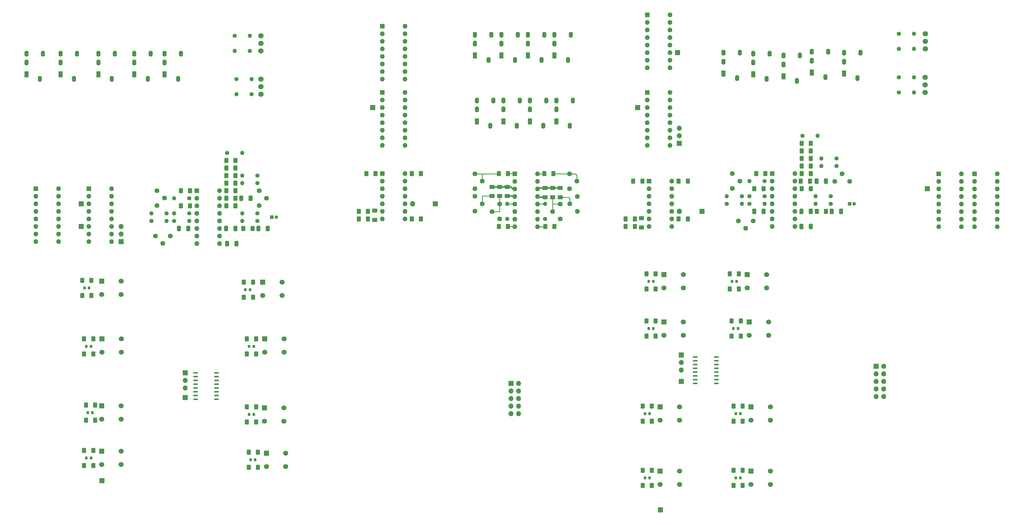
<source format=gbr>
%TF.GenerationSoftware,KiCad,Pcbnew,(6.0.5)*%
%TF.CreationDate,2023-04-26T04:57:18-04:00*%
%TF.ProjectId,as3340,61733333-3430-42e6-9b69-6361645f7063,rev?*%
%TF.SameCoordinates,Original*%
%TF.FileFunction,Copper,L1,Top*%
%TF.FilePolarity,Positive*%
%FSLAX46Y46*%
G04 Gerber Fmt 4.6, Leading zero omitted, Abs format (unit mm)*
G04 Created by KiCad (PCBNEW (6.0.5)) date 2023-04-26 04:57:18*
%MOMM*%
%LPD*%
G01*
G04 APERTURE LIST*
G04 Aperture macros list*
%AMRoundRect*
0 Rectangle with rounded corners*
0 $1 Rounding radius*
0 $2 $3 $4 $5 $6 $7 $8 $9 X,Y pos of 4 corners*
0 Add a 4 corners polygon primitive as box body*
4,1,4,$2,$3,$4,$5,$6,$7,$8,$9,$2,$3,0*
0 Add four circle primitives for the rounded corners*
1,1,$1+$1,$2,$3*
1,1,$1+$1,$4,$5*
1,1,$1+$1,$6,$7*
1,1,$1+$1,$8,$9*
0 Add four rect primitives between the rounded corners*
20,1,$1+$1,$2,$3,$4,$5,0*
20,1,$1+$1,$4,$5,$6,$7,0*
20,1,$1+$1,$6,$7,$8,$9,0*
20,1,$1+$1,$8,$9,$2,$3,0*%
G04 Aperture macros list end*
%TA.AperFunction,ComponentPad*%
%ADD10C,1.400000*%
%TD*%
%TA.AperFunction,ComponentPad*%
%ADD11O,1.400000X1.400000*%
%TD*%
%TA.AperFunction,SMDPad,CuDef*%
%ADD12RoundRect,0.250000X-0.400000X-0.625000X0.400000X-0.625000X0.400000X0.625000X-0.400000X0.625000X0*%
%TD*%
%TA.AperFunction,ComponentPad*%
%ADD13R,1.700000X1.700000*%
%TD*%
%TA.AperFunction,SMDPad,CuDef*%
%ADD14RoundRect,0.250000X0.400000X0.625000X-0.400000X0.625000X-0.400000X-0.625000X0.400000X-0.625000X0*%
%TD*%
%TA.AperFunction,ComponentPad*%
%ADD15R,1.800000X1.800000*%
%TD*%
%TA.AperFunction,ComponentPad*%
%ADD16O,1.800000X1.800000*%
%TD*%
%TA.AperFunction,ComponentPad*%
%ADD17O,1.400000X2.000000*%
%TD*%
%TA.AperFunction,ComponentPad*%
%ADD18R,1.400000X2.000000*%
%TD*%
%TA.AperFunction,SMDPad,CuDef*%
%ADD19RoundRect,0.250000X-0.412500X-0.650000X0.412500X-0.650000X0.412500X0.650000X-0.412500X0.650000X0*%
%TD*%
%TA.AperFunction,SMDPad,CuDef*%
%ADD20RoundRect,0.218750X0.218750X0.256250X-0.218750X0.256250X-0.218750X-0.256250X0.218750X-0.256250X0*%
%TD*%
%TA.AperFunction,ComponentPad*%
%ADD21C,1.620000*%
%TD*%
%TA.AperFunction,ComponentPad*%
%ADD22C,1.700000*%
%TD*%
%TA.AperFunction,ComponentPad*%
%ADD23R,1.200000X1.200000*%
%TD*%
%TA.AperFunction,ComponentPad*%
%ADD24C,1.200000*%
%TD*%
%TA.AperFunction,ComponentPad*%
%ADD25C,1.800000*%
%TD*%
%TA.AperFunction,ComponentPad*%
%ADD26R,1.600000X1.600000*%
%TD*%
%TA.AperFunction,ComponentPad*%
%ADD27O,1.600000X1.600000*%
%TD*%
%TA.AperFunction,SMDPad,CuDef*%
%ADD28RoundRect,0.250000X-0.625000X0.400000X-0.625000X-0.400000X0.625000X-0.400000X0.625000X0.400000X0*%
%TD*%
%TA.AperFunction,SMDPad,CuDef*%
%ADD29R,1.500000X0.600000*%
%TD*%
%TA.AperFunction,SMDPad,CuDef*%
%ADD30RoundRect,0.250000X0.412500X0.650000X-0.412500X0.650000X-0.412500X-0.650000X0.412500X-0.650000X0*%
%TD*%
%TA.AperFunction,ComponentPad*%
%ADD31O,1.700000X1.700000*%
%TD*%
%TA.AperFunction,SMDPad,CuDef*%
%ADD32RoundRect,0.250000X0.625000X-0.400000X0.625000X0.400000X-0.625000X0.400000X-0.625000X-0.400000X0*%
%TD*%
%TA.AperFunction,Conductor*%
%ADD33C,0.250000*%
%TD*%
%TA.AperFunction,Conductor*%
%ADD34C,0.500000*%
%TD*%
G04 APERTURE END LIST*
D10*
%TO.P,R106,1*%
%TO.N,Net-(R33-Pad1)*%
X91440000Y-93980000D03*
D11*
%TO.P,R106,2*%
%TO.N,Net-(RV7-Pad2)*%
X96520000Y-93980000D03*
%TD*%
D10*
%TO.P,R105,1*%
%TO.N,Net-(R10-Pad2)*%
X284480000Y-88265000D03*
D11*
%TO.P,R105,2*%
%TO.N,Net-(RV2-Pad2)*%
X289560000Y-88265000D03*
%TD*%
D12*
%TO.P,R62,1*%
%TO.N,GND*%
X135610000Y-113665000D03*
%TO.P,R62,2*%
%TO.N,Net-(R62-Pad2)*%
X138710000Y-113665000D03*
%TD*%
D13*
%TO.P,J30,1,Pin_1*%
%TO.N,Net-(J30-Pad1)*%
X77395000Y-176185000D03*
%TD*%
D14*
%TO.P,R74,1*%
%TO.N,Net-(D4-Pad2)*%
X46560000Y-156500000D03*
%TO.P,R74,2*%
%TO.N,+5V*%
X43460000Y-156500000D03*
%TD*%
D15*
%TO.P,D1,1,K*%
%TO.N,GND*%
X250835000Y-113660000D03*
D16*
%TO.P,D1,2,A*%
%TO.N,Net-(D1-Pad2)*%
X243215000Y-113660000D03*
%TD*%
D17*
%TO.P,J3,*%
%TO.N,*%
X273477500Y-60615000D03*
%TO.P,J3,R1*%
%TO.N,N/C*%
X267977500Y-63615000D03*
%TO.P,J3,R2*%
X267977500Y-60615000D03*
%TO.P,J3,S*%
%TO.N,GND*%
X272477500Y-69115000D03*
D18*
%TO.P,J3,T*%
%TO.N,Net-(C3-Pad1)*%
X267977500Y-67615000D03*
%TD*%
D14*
%TO.P,R73,1*%
%TO.N,Net-(D3-Pad2)*%
X45925000Y-136815000D03*
%TO.P,R73,2*%
%TO.N,+5V*%
X42825000Y-136815000D03*
%TD*%
D10*
%TO.P,R21,1*%
%TO.N,-15V*%
X94615000Y-69215000D03*
D11*
%TO.P,R21,2*%
%TO.N,Net-(R21-Pad2)*%
X99695000Y-69215000D03*
%TD*%
D14*
%TO.P,R98,1*%
%TO.N,Net-(D16-Pad2)*%
X263805000Y-150495000D03*
%TO.P,R98,2*%
%TO.N,+5V*%
X260705000Y-150495000D03*
%TD*%
D19*
%TO.P,C6,1*%
%TO.N,Net-(C6-Pad1)*%
X289267500Y-103505000D03*
%TO.P,C6,2*%
%TO.N,GND*%
X292392500Y-103505000D03*
%TD*%
D20*
%TO.P,D15,1,K*%
%TO.N,Net-(D15-Pad1)*%
X262407500Y-137160000D03*
%TO.P,D15,2,A*%
%TO.N,Net-(D15-Pad2)*%
X260832500Y-137160000D03*
%TD*%
D14*
%TO.P,R40,1*%
%TO.N,Net-(R40-Pad1)*%
X200940000Y-100965000D03*
%TO.P,R40,2*%
%TO.N,Net-(R40-Pad2)*%
X197840000Y-100965000D03*
%TD*%
D12*
%TO.P,R5,1*%
%TO.N,Net-(R10-Pad2)*%
X284200000Y-93345000D03*
%TO.P,R5,2*%
%TO.N,Net-(J5-PadT)*%
X287300000Y-93345000D03*
%TD*%
D20*
%TO.P,D12,1,K*%
%TO.N,Net-(D12-Pad1)*%
X234467500Y-153035000D03*
%TO.P,D12,2,A*%
%TO.N,Net-(D12-Pad2)*%
X232892500Y-153035000D03*
%TD*%
D21*
%TO.P,SineLevelTrim1,1,1*%
%TO.N,Net-(R40-Pad1)*%
X206320000Y-101005000D03*
%TO.P,SineLevelTrim1,2,2*%
X208820000Y-103505000D03*
%TO.P,SineLevelTrim1,3,3*%
%TO.N,+15V*%
X206320000Y-106005000D03*
%TD*%
D13*
%TO.P,J31,1,Pin_1*%
%TO.N,Net-(J31-Pad1)*%
X242570000Y-60325000D03*
%TD*%
%TO.P,SW3,1*%
%TO.N,Net-(D5-Pad1)*%
X49380000Y-179015000D03*
D22*
X55880000Y-179015000D03*
%TO.P,SW3,2*%
%TO.N,Net-(J25-Pad1)*%
X55880000Y-183515000D03*
X49380000Y-183515000D03*
%TD*%
D23*
%TO.P,C7,1*%
%TO.N,Net-(C7-Pad1)*%
X106450000Y-115570000D03*
D24*
%TO.P,C7,2*%
%TO.N,Net-(C7-Pad2)*%
X107950000Y-115570000D03*
%TD*%
D10*
%TO.P,R47,1*%
%TO.N,Net-(J12-PadT)*%
X73660000Y-116840000D03*
D11*
%TO.P,R47,2*%
%TO.N,Net-(R47-Pad2)*%
X78740000Y-116840000D03*
%TD*%
D13*
%TO.P,J24,1,Pin_1*%
%TO.N,Net-(J24-Pad1)*%
X140335000Y-78740000D03*
%TD*%
D17*
%TO.P,J12,*%
%TO.N,*%
X41067500Y-60615000D03*
%TO.P,J12,R1*%
%TO.N,N/C*%
X35567500Y-63615000D03*
%TO.P,J12,R2*%
X35567500Y-60615000D03*
%TO.P,J12,S*%
%TO.N,GND*%
X40067500Y-69115000D03*
D18*
%TO.P,J12,T*%
%TO.N,Net-(J12-PadT)*%
X35567500Y-67615000D03*
%TD*%
D21*
%TO.P,RV10,1,1*%
%TO.N,Net-(R45-Pad1)*%
X67945000Y-106680000D03*
%TO.P,RV10,2,2*%
%TO.N,Net-(R46-Pad1)*%
X70445000Y-109180000D03*
%TO.P,RV10,3,3*%
X67945000Y-111680000D03*
%TD*%
D22*
%TO.P,SW6,1*%
%TO.N,Net-(D8-Pad1)*%
X110565000Y-156500000D03*
D13*
X104065000Y-156500000D03*
D22*
%TO.P,SW6,2*%
%TO.N,Net-(J25-Pad1)*%
X110565000Y-161000000D03*
X104065000Y-161000000D03*
%TD*%
D12*
%TO.P,R101,1*%
%TO.N,+5V*%
X260070000Y-139700000D03*
%TO.P,R101,2*%
%TO.N,Net-(J26-Pad1)*%
X263170000Y-139700000D03*
%TD*%
D14*
%TO.P,R97,1*%
%TO.N,Net-(D15-Pad2)*%
X263170000Y-134620000D03*
%TO.P,R97,2*%
%TO.N,+5V*%
X260070000Y-134620000D03*
%TD*%
D21*
%TO.P,SineShapeTrim1,1,1*%
%TO.N,Net-(R63-Pad2)*%
X203200000Y-116205000D03*
%TO.P,SineShapeTrim1,2,2*%
%TO.N,Net-(R54-Pad2)*%
X200700000Y-113705000D03*
%TO.P,SineShapeTrim1,3,3*%
X203200000Y-111205000D03*
%TD*%
D12*
%TO.P,R6,1*%
%TO.N,Net-(R10-Pad2)*%
X284200000Y-95885000D03*
%TO.P,R6,2*%
%TO.N,Net-(R18-Pad2)*%
X287300000Y-95885000D03*
%TD*%
D25*
%TO.P,RV3,1,1*%
%TO.N,Net-(R16-Pad1)*%
X325755000Y-59055000D03*
%TO.P,RV3,2,2*%
%TO.N,Net-(R19-Pad1)*%
X325755000Y-56515000D03*
%TO.P,RV3,3,3*%
%TO.N,Net-(R14-Pad2)*%
X325755000Y-53975000D03*
%TD*%
D12*
%TO.P,R48,1*%
%TO.N,Net-(R48-Pad1)*%
X91160000Y-111760000D03*
%TO.P,R48,2*%
%TO.N,GND*%
X94260000Y-111760000D03*
%TD*%
D25*
%TO.P,RV5,1,1*%
%TO.N,Net-(R25-Pad1)*%
X102780000Y-74280000D03*
%TO.P,RV5,2,2*%
%TO.N,Net-(R31-Pad1)*%
X102780000Y-71740000D03*
%TO.P,RV5,3,3*%
%TO.N,Net-(R21-Pad2)*%
X102780000Y-69200000D03*
%TD*%
D26*
%TO.P,U12,1,A0*%
%TO.N,GND*%
X143510000Y-51435000D03*
D27*
%TO.P,U12,2,~{CS}*%
X143510000Y-53975000D03*
%TO.P,U12,3,~{WE}*%
%TO.N,Net-(J22-Pad1)*%
X143510000Y-56515000D03*
%TO.P,U12,4,D1*%
%TO.N,Net-(J22-Pad10)*%
X143510000Y-59055000D03*
%TO.P,U12,5,~{Y1}*%
%TO.N,Net-(U11-Pad11)*%
X143510000Y-61595000D03*
%TO.P,U12,6,D2*%
%TO.N,Net-(J22-Pad8)*%
X143510000Y-64135000D03*
%TO.P,U12,7,~{Y2}*%
%TO.N,Net-(U11-Pad10)*%
X143510000Y-66675000D03*
%TO.P,U12,8,GND*%
%TO.N,GND*%
X143510000Y-69215000D03*
%TO.P,U12,9,~{Y3}*%
%TO.N,Net-(U11-Pad9)*%
X151130000Y-69215000D03*
%TO.P,U12,10,D3*%
%TO.N,Net-(J22-Pad6)*%
X151130000Y-66675000D03*
%TO.P,U12,11,~{Y4}*%
%TO.N,Net-(U11-Pad6)*%
X151130000Y-64135000D03*
%TO.P,U12,12,D4*%
%TO.N,Net-(J22-Pad4)*%
X151130000Y-61595000D03*
%TO.P,U12,13,A3*%
%TO.N,GND*%
X151130000Y-59055000D03*
%TO.P,U12,14,A2*%
X151130000Y-56515000D03*
%TO.P,U12,15,A1*%
X151130000Y-53975000D03*
%TO.P,U12,16,VCC*%
%TO.N,+5V*%
X151130000Y-51435000D03*
%TD*%
D20*
%TO.P,D11,1,K*%
%TO.N,Net-(D11-Pad1)*%
X234467500Y-137160000D03*
%TO.P,D11,2,A*%
%TO.N,Net-(D11-Pad2)*%
X232892500Y-137160000D03*
%TD*%
D14*
%TO.P,R35,1*%
%TO.N,Net-(R35-Pad1)*%
X94260000Y-106680000D03*
%TO.P,R35,2*%
%TO.N,Net-(R33-Pad1)*%
X91160000Y-106680000D03*
%TD*%
D13*
%TO.P,J26,1,Pin_1*%
%TO.N,Net-(J26-Pad1)*%
X236855000Y-213995000D03*
%TD*%
D12*
%TO.P,R94,1*%
%TO.N,+5V*%
X232130000Y-155575000D03*
%TO.P,R94,2*%
%TO.N,Net-(J26-Pad1)*%
X235230000Y-155575000D03*
%TD*%
D21*
%TO.P,SineBiasTrim1,1,1*%
%TO.N,-15V*%
X208970000Y-113625000D03*
%TO.P,SineBiasTrim1,2,2*%
%TO.N,Net-(R55-Pad2)*%
X206470000Y-111125000D03*
%TO.P,SineBiasTrim1,3,3*%
%TO.N,+15V*%
X208970000Y-108625000D03*
%TD*%
D28*
%TO.P,R64,1*%
%TO.N,Net-(R62-Pad2)*%
X140970000Y-113385000D03*
%TO.P,R64,2*%
%TO.N,Net-(R64-Pad2)*%
X140970000Y-116485000D03*
%TD*%
D10*
%TO.P,R14,1*%
%TO.N,-15V*%
X316865000Y-53975000D03*
D11*
%TO.P,R14,2*%
%TO.N,Net-(R14-Pad2)*%
X321945000Y-53975000D03*
%TD*%
D10*
%TO.P,R19,1*%
%TO.N,Net-(R19-Pad1)*%
X295910000Y-98425000D03*
D11*
%TO.P,R19,2*%
%TO.N,Net-(R19-Pad2)*%
X290830000Y-98425000D03*
%TD*%
D12*
%TO.P,R43,1*%
%TO.N,Net-(R43-Pad1)*%
X182600000Y-100965000D03*
%TO.P,R43,2*%
%TO.N,Net-(R43-Pad2)*%
X185700000Y-100965000D03*
%TD*%
D19*
%TO.P,C3,1*%
%TO.N,Net-(C3-Pad1)*%
X268322500Y-113665000D03*
%TO.P,C3,2*%
%TO.N,Net-(C3-Pad2)*%
X271447500Y-113665000D03*
%TD*%
%TO.P,C10,1*%
%TO.N,Net-(C10-Pad1)*%
X75272500Y-119380000D03*
%TO.P,C10,2*%
%TO.N,Net-(C10-Pad2)*%
X78397500Y-119380000D03*
%TD*%
D26*
%TO.P,U3,1*%
%TO.N,Net-(R68-Pad1)*%
X233055000Y-103500000D03*
D27*
%TO.P,U3,2,-*%
X233055000Y-106040000D03*
%TO.P,U3,3,+*%
%TO.N,Net-(U3-Pad3)*%
X233055000Y-108580000D03*
%TO.P,U3,4,V+*%
%TO.N,+15V*%
X233055000Y-111120000D03*
%TO.P,U3,5,+*%
%TO.N,Net-(U1-Pad10)*%
X233055000Y-113660000D03*
%TO.P,U3,6,-*%
%TO.N,Net-(R61-Pad2)*%
X233055000Y-116200000D03*
%TO.P,U3,7*%
%TO.N,Net-(R63-Pad2)*%
X233055000Y-118740000D03*
%TO.P,U3,8*%
%TO.N,Net-(R65-Pad1)*%
X240675000Y-118740000D03*
%TO.P,U3,9,-*%
X240675000Y-116200000D03*
%TO.P,U3,10,+*%
%TO.N,Net-(D1-Pad2)*%
X240675000Y-113660000D03*
%TO.P,U3,11,V-*%
%TO.N,-15V*%
X240675000Y-111120000D03*
%TO.P,U3,12,+*%
%TO.N,Net-(U1-Pad8)*%
X240675000Y-108580000D03*
%TO.P,U3,13,-*%
%TO.N,Net-(R66-Pad1)*%
X240675000Y-106040000D03*
%TO.P,U3,14*%
X240675000Y-103500000D03*
%TD*%
D13*
%TO.P,J23,1,Pin_1*%
%TO.N,Net-(J23-Pad1)*%
X229235000Y-78740000D03*
%TD*%
D10*
%TO.P,R42,1*%
%TO.N,Net-(J7-PadT)*%
X266710000Y-111125000D03*
D11*
%TO.P,R42,2*%
%TO.N,Net-(R42-Pad2)*%
X271790000Y-111125000D03*
%TD*%
D28*
%TO.P,R55,1*%
%TO.N,Net-(R51-Pad2)*%
X203200000Y-105765000D03*
%TO.P,R55,2*%
%TO.N,Net-(R55-Pad2)*%
X203200000Y-108865000D03*
%TD*%
D10*
%TO.P,R16,1*%
%TO.N,Net-(R16-Pad1)*%
X316865000Y-59055000D03*
D11*
%TO.P,R16,2*%
%TO.N,+15V*%
X321945000Y-59055000D03*
%TD*%
D12*
%TO.P,R61,1*%
%TO.N,GND*%
X225155000Y-116200000D03*
%TO.P,R61,2*%
%TO.N,Net-(R61-Pad2)*%
X228255000Y-116200000D03*
%TD*%
%TO.P,R72,1*%
%TO.N,Net-(R72-Pad1)*%
X138150000Y-100965000D03*
%TO.P,R72,2*%
%TO.N,Net-(J21-PadT)*%
X141250000Y-100965000D03*
%TD*%
D14*
%TO.P,R52,1*%
%TO.N,Net-(R46-Pad1)*%
X79020000Y-111760000D03*
%TO.P,R52,2*%
%TO.N,-15V*%
X75920000Y-111760000D03*
%TD*%
%TO.P,R75,1*%
%TO.N,Net-(D5-Pad2)*%
X47195000Y-178725000D03*
%TO.P,R75,2*%
%TO.N,+5V*%
X44095000Y-178725000D03*
%TD*%
D12*
%TO.P,R87,1*%
%TO.N,+5V*%
X98070000Y-184440000D03*
%TO.P,R87,2*%
%TO.N,Net-(J25-Pad1)*%
X101170000Y-184440000D03*
%TD*%
D22*
%TO.P,SW10,1*%
%TO.N,Net-(D12-Pad1)*%
X244550000Y-150785000D03*
D13*
X238050000Y-150785000D03*
D22*
%TO.P,SW10,2*%
%TO.N,Net-(J26-Pad1)*%
X244550000Y-155285000D03*
X238050000Y-155285000D03*
%TD*%
D10*
%TO.P,R13,1*%
%TO.N,Net-(R13-Pad1)*%
X271780000Y-108585000D03*
D11*
%TO.P,R13,2*%
%TO.N,Net-(D1-Pad2)*%
X266700000Y-108585000D03*
%TD*%
D10*
%TO.P,R29,1*%
%TO.N,Net-(R29-Pad1)*%
X99060000Y-59690000D03*
D11*
%TO.P,R29,2*%
%TO.N,+15V*%
X93980000Y-59690000D03*
%TD*%
D13*
%TO.P,J6,1,Pin_1*%
%TO.N,Net-(J6-Pad1)*%
X42545000Y-111125000D03*
%TD*%
D17*
%TO.P,J13,*%
%TO.N,*%
X29637500Y-60615000D03*
%TO.P,J13,R1*%
%TO.N,N/C*%
X24137500Y-63615000D03*
%TO.P,J13,R2*%
X24137500Y-60615000D03*
%TO.P,J13,S*%
%TO.N,GND*%
X28637500Y-69115000D03*
D18*
%TO.P,J13,T*%
%TO.N,Net-(C10-Pad1)*%
X24137500Y-67615000D03*
%TD*%
D14*
%TO.P,R92,1*%
%TO.N,Net-(D14-Pad2)*%
X233960000Y-200660000D03*
%TO.P,R92,2*%
%TO.N,+5V*%
X230860000Y-200660000D03*
%TD*%
D12*
%TO.P,R9,1*%
%TO.N,Net-(R10-Pad2)*%
X284200000Y-98425000D03*
%TO.P,R9,2*%
%TO.N,Net-(R19-Pad2)*%
X287300000Y-98425000D03*
%TD*%
D22*
%TO.P,SW13,1*%
%TO.N,Net-(D15-Pad1)*%
X272490000Y-134910000D03*
D13*
X265990000Y-134910000D03*
D22*
%TO.P,SW13,2*%
%TO.N,Net-(J26-Pad1)*%
X272490000Y-139410000D03*
X265990000Y-139410000D03*
%TD*%
%TO.P,SW14,1*%
%TO.N,Net-(D16-Pad1)*%
X273125000Y-150785000D03*
D13*
X266625000Y-150785000D03*
D22*
%TO.P,SW14,2*%
%TO.N,Net-(J26-Pad1)*%
X273125000Y-155285000D03*
X266625000Y-155285000D03*
%TD*%
D21*
%TO.P,RV7,1,1*%
%TO.N,Net-(RV7-Pad1)*%
X72390000Y-121920000D03*
%TO.P,RV7,2,2*%
%TO.N,Net-(RV7-Pad2)*%
X69890000Y-124420000D03*
%TO.P,RV7,3,3*%
%TO.N,GND*%
X67390000Y-121920000D03*
%TD*%
D12*
%TO.P,R93,1*%
%TO.N,+5V*%
X232130000Y-139700000D03*
%TO.P,R93,2*%
%TO.N,Net-(J26-Pad1)*%
X235230000Y-139700000D03*
%TD*%
D29*
%TO.P,U15,1,A0*%
%TO.N,Net-(J33-Pad1)*%
X248545000Y-162560000D03*
%TO.P,U15,2,A1*%
%TO.N,Net-(J33-Pad2)*%
X248545000Y-163830000D03*
%TO.P,U15,3,A2*%
%TO.N,Net-(J33-Pad3)*%
X248545000Y-165100000D03*
%TO.P,U15,4,E1*%
%TO.N,GND*%
X248545000Y-166370000D03*
%TO.P,U15,5,E2*%
X248545000Y-167640000D03*
%TO.P,U15,6,E3*%
%TO.N,Net-(J34-Pad1)*%
X248545000Y-168910000D03*
%TO.P,U15,7,O7*%
%TO.N,Net-(D18-Pad1)*%
X248545000Y-170180000D03*
%TO.P,U15,8,GND*%
%TO.N,GND*%
X248545000Y-171450000D03*
%TO.P,U15,9,O6*%
%TO.N,Net-(D17-Pad1)*%
X255645000Y-171450000D03*
%TO.P,U15,10,O5*%
%TO.N,Net-(D16-Pad1)*%
X255645000Y-170180000D03*
%TO.P,U15,11,O4*%
%TO.N,Net-(D15-Pad1)*%
X255645000Y-168910000D03*
%TO.P,U15,12,O3*%
%TO.N,Net-(D14-Pad1)*%
X255645000Y-167640000D03*
%TO.P,U15,13,O2*%
%TO.N,Net-(D13-Pad1)*%
X255645000Y-166370000D03*
%TO.P,U15,14,O1*%
%TO.N,Net-(D12-Pad1)*%
X255645000Y-165100000D03*
%TO.P,U15,15,O0*%
%TO.N,Net-(D11-Pad1)*%
X255645000Y-163830000D03*
%TO.P,U15,16,VCC*%
%TO.N,+5V*%
X255645000Y-162560000D03*
%TD*%
D25*
%TO.P,RV4,1,1*%
%TO.N,Net-(R17-Pad1)*%
X325665000Y-73645000D03*
%TO.P,RV4,2,2*%
%TO.N,Net-(R18-Pad1)*%
X325665000Y-71105000D03*
%TO.P,RV4,3,3*%
%TO.N,Net-(R15-Pad2)*%
X325665000Y-68565000D03*
%TD*%
D26*
%TO.P,U8,1,A4*%
%TO.N,Net-(J12-PadT)*%
X45085000Y-106045000D03*
D27*
%TO.P,U8,2,A6*%
%TO.N,Net-(C7-Pad2)*%
X45085000Y-108585000D03*
%TO.P,U8,3,A*%
%TO.N,Net-(J6-Pad1)*%
X45085000Y-111125000D03*
%TO.P,U8,4,A7*%
%TO.N,Net-(R7-Pad1)*%
X45085000Y-113665000D03*
%TO.P,U8,5,A5*%
%TO.N,Net-(C10-Pad1)*%
X45085000Y-116205000D03*
%TO.P,U8,6,~{E}*%
%TO.N,Net-(J28-Pad1)*%
X45085000Y-118745000D03*
%TO.P,U8,7,VEE*%
%TO.N,GND*%
X45085000Y-121285000D03*
%TO.P,U8,8,GND*%
X45085000Y-123825000D03*
%TO.P,U8,9,S2*%
%TO.N,Net-(J27-Pad1)*%
X52705000Y-123825000D03*
%TO.P,U8,10,S1*%
%TO.N,Net-(J27-Pad2)*%
X52705000Y-121285000D03*
%TO.P,U8,11,S0*%
%TO.N,Net-(J27-Pad3)*%
X52705000Y-118745000D03*
%TO.P,U8,12,A3*%
%TO.N,Net-(R20-Pad1)*%
X52705000Y-116205000D03*
%TO.P,U8,13,A0*%
%TO.N,Net-(J7-PadT)*%
X52705000Y-113665000D03*
%TO.P,U8,14,A1*%
%TO.N,Net-(C3-Pad1)*%
X52705000Y-111125000D03*
%TO.P,U8,15,A2*%
%TO.N,Net-(C1-Pad2)*%
X52705000Y-108585000D03*
%TO.P,U8,16,VCC*%
%TO.N,+5V*%
X52705000Y-106045000D03*
%TD*%
D17*
%TO.P,J4,*%
%TO.N,*%
X293162500Y-59980000D03*
%TO.P,J4,R1*%
%TO.N,N/C*%
X287662500Y-62980000D03*
%TO.P,J4,R2*%
X287662500Y-59980000D03*
%TO.P,J4,S*%
%TO.N,GND*%
X292162500Y-68480000D03*
D18*
%TO.P,J4,T*%
%TO.N,Net-(C4-Pad1)*%
X287662500Y-66980000D03*
%TD*%
D14*
%TO.P,R99,1*%
%TO.N,Net-(D17-Pad2)*%
X264440000Y-179070000D03*
%TO.P,R99,2*%
%TO.N,+5V*%
X261340000Y-179070000D03*
%TD*%
D12*
%TO.P,R103,1*%
%TO.N,+5V*%
X261340000Y-184150000D03*
%TO.P,R103,2*%
%TO.N,Net-(J26-Pad1)*%
X264440000Y-184150000D03*
%TD*%
%TO.P,R86,1*%
%TO.N,+5V*%
X98070000Y-161580000D03*
%TO.P,R86,2*%
%TO.N,Net-(J25-Pad1)*%
X101170000Y-161580000D03*
%TD*%
D26*
%TO.P,U13,1,A0*%
%TO.N,GND*%
X232410000Y-47625000D03*
D27*
%TO.P,U13,2,~{CS}*%
X232410000Y-50165000D03*
%TO.P,U13,3,~{WE}*%
%TO.N,Net-(J22-Pad5)*%
X232410000Y-52705000D03*
%TO.P,U13,4,D1*%
%TO.N,Net-(J22-Pad10)*%
X232410000Y-55245000D03*
%TO.P,U13,5,~{Y1}*%
%TO.N,Net-(J32-Pad3)*%
X232410000Y-57785000D03*
%TO.P,U13,6,D2*%
%TO.N,Net-(J22-Pad8)*%
X232410000Y-60325000D03*
%TO.P,U13,7,~{Y2}*%
%TO.N,Net-(J32-Pad2)*%
X232410000Y-62865000D03*
%TO.P,U13,8,GND*%
%TO.N,GND*%
X232410000Y-65405000D03*
%TO.P,U13,9,~{Y3}*%
%TO.N,Net-(J32-Pad1)*%
X240030000Y-65405000D03*
%TO.P,U13,10,D3*%
%TO.N,Net-(J22-Pad6)*%
X240030000Y-62865000D03*
%TO.P,U13,11,~{Y4}*%
%TO.N,Net-(J31-Pad1)*%
X240030000Y-60325000D03*
%TO.P,U13,12,D4*%
%TO.N,Net-(J22-Pad4)*%
X240030000Y-57785000D03*
%TO.P,U13,13,A3*%
%TO.N,GND*%
X240030000Y-55245000D03*
%TO.P,U13,14,A2*%
X240030000Y-52705000D03*
%TO.P,U13,15,A1*%
X240030000Y-50165000D03*
%TO.P,U13,16,VCC*%
%TO.N,+5V*%
X240030000Y-47625000D03*
%TD*%
D10*
%TO.P,R2,1*%
%TO.N,+15V*%
X294005000Y-108585000D03*
D11*
%TO.P,R2,2*%
%TO.N,Net-(R1-Pad2)*%
X288925000Y-108585000D03*
%TD*%
D21*
%TO.P,RV2,1,1*%
%TO.N,Net-(RV2-Pad1)*%
X267970000Y-116840000D03*
%TO.P,RV2,2,2*%
%TO.N,Net-(RV2-Pad2)*%
X265470000Y-119340000D03*
%TO.P,RV2,3,3*%
%TO.N,GND*%
X262970000Y-116840000D03*
%TD*%
D13*
%TO.P,J2,1,Pin_1*%
%TO.N,Net-(J2-Pad1)*%
X326390000Y-106045000D03*
%TD*%
D14*
%TO.P,R84,1*%
%TO.N,Net-(D10-Pad2)*%
X101805000Y-194600000D03*
%TO.P,R84,2*%
%TO.N,+5V*%
X98705000Y-194600000D03*
%TD*%
D30*
%TO.P,C4,1*%
%TO.N,Net-(C4-Pad1)*%
X287322500Y-118745000D03*
%TO.P,C4,2*%
%TO.N,Net-(C4-Pad2)*%
X284197500Y-118745000D03*
%TD*%
D25*
%TO.P,RV6,1,1*%
%TO.N,Net-(R29-Pad1)*%
X102780000Y-59675000D03*
%TO.P,RV6,2,2*%
%TO.N,Net-(R30-Pad1)*%
X102780000Y-57135000D03*
%TO.P,RV6,3,3*%
%TO.N,Net-(R24-Pad2)*%
X102780000Y-54595000D03*
%TD*%
D17*
%TO.P,J14,*%
%TO.N,*%
X53767500Y-60615000D03*
%TO.P,J14,R1*%
%TO.N,N/C*%
X48267500Y-63615000D03*
%TO.P,J14,R2*%
X48267500Y-60615000D03*
%TO.P,J14,S*%
%TO.N,GND*%
X52767500Y-69115000D03*
D18*
%TO.P,J14,T*%
%TO.N,Net-(C9-Pad1)*%
X48267500Y-67615000D03*
%TD*%
D20*
%TO.P,D17,1,K*%
%TO.N,Net-(D17-Pad1)*%
X263677500Y-181610000D03*
%TO.P,D17,2,A*%
%TO.N,Net-(D17-Pad2)*%
X262102500Y-181610000D03*
%TD*%
D10*
%TO.P,R1,1*%
%TO.N,Net-(C1-Pad1)*%
X294005000Y-111125000D03*
D11*
%TO.P,R1,2*%
%TO.N,Net-(R1-Pad2)*%
X288925000Y-111125000D03*
%TD*%
D12*
%TO.P,R80,1*%
%TO.N,+5V*%
X43460000Y-199045000D03*
%TO.P,R80,2*%
%TO.N,Net-(J25-Pad1)*%
X46560000Y-199045000D03*
%TD*%
%TO.P,R33,1*%
%TO.N,Net-(R33-Pad1)*%
X91160000Y-99060000D03*
%TO.P,R33,2*%
%TO.N,Net-(J16-PadT)*%
X94260000Y-99060000D03*
%TD*%
D10*
%TO.P,R4,1*%
%TO.N,Net-(R12-Pad1)*%
X271790000Y-103505000D03*
D11*
%TO.P,R4,2*%
%TO.N,Net-(R4-Pad2)*%
X266710000Y-103505000D03*
%TD*%
D28*
%TO.P,R63,1*%
%TO.N,Net-(R61-Pad2)*%
X230515000Y-115920000D03*
%TO.P,R63,2*%
%TO.N,Net-(R63-Pad2)*%
X230515000Y-119020000D03*
%TD*%
D20*
%TO.P,D9,1,K*%
%TO.N,Net-(D9-Pad1)*%
X100407500Y-181900000D03*
%TO.P,D9,2,A*%
%TO.N,Net-(D9-Pad2)*%
X98832500Y-181900000D03*
%TD*%
D13*
%TO.P,SW11,1*%
%TO.N,Net-(D13-Pad1)*%
X236780000Y-179360000D03*
D22*
X243280000Y-179360000D03*
%TO.P,SW11,2*%
%TO.N,Net-(J26-Pad1)*%
X243280000Y-183860000D03*
X236780000Y-183860000D03*
%TD*%
D12*
%TO.P,R95,1*%
%TO.N,+5V*%
X230860000Y-184150000D03*
%TO.P,R95,2*%
%TO.N,Net-(J26-Pad1)*%
X233960000Y-184150000D03*
%TD*%
D30*
%TO.P,C8,1*%
%TO.N,GND*%
X105067500Y-119380000D03*
%TO.P,C8,2*%
%TO.N,Net-(C8-Pad2)*%
X101942500Y-119380000D03*
%TD*%
D10*
%TO.P,R31,1*%
%TO.N,Net-(R31-Pad1)*%
X101600000Y-104140000D03*
D11*
%TO.P,R31,2*%
%TO.N,Net-(R31-Pad2)*%
X96520000Y-104140000D03*
%TD*%
D12*
%TO.P,R37,1*%
%TO.N,Net-(R33-Pad1)*%
X91160000Y-104140000D03*
%TO.P,R37,2*%
%TO.N,Net-(R31-Pad2)*%
X94260000Y-104140000D03*
%TD*%
D26*
%TO.P,U6,1,A0*%
%TO.N,GND*%
X27305000Y-106045000D03*
D27*
%TO.P,U6,2,~{CS}*%
X27305000Y-108585000D03*
%TO.P,U6,3,~{WE}*%
%TO.N,Net-(J22-Pad3)*%
X27305000Y-111125000D03*
%TO.P,U6,4,D1*%
%TO.N,Net-(J22-Pad10)*%
X27305000Y-113665000D03*
%TO.P,U6,5,~{Y1}*%
%TO.N,Net-(J27-Pad3)*%
X27305000Y-116205000D03*
%TO.P,U6,6,D2*%
%TO.N,Net-(J22-Pad8)*%
X27305000Y-118745000D03*
%TO.P,U6,7,~{Y2}*%
%TO.N,Net-(J27-Pad2)*%
X27305000Y-121285000D03*
%TO.P,U6,8,GND*%
%TO.N,GND*%
X27305000Y-123825000D03*
%TO.P,U6,9,~{Y3}*%
%TO.N,Net-(J27-Pad1)*%
X34925000Y-123825000D03*
%TO.P,U6,10,D3*%
%TO.N,Net-(J22-Pad6)*%
X34925000Y-121285000D03*
%TO.P,U6,11,~{Y4}*%
%TO.N,Net-(J28-Pad1)*%
X34925000Y-118745000D03*
%TO.P,U6,12,D4*%
%TO.N,Net-(J22-Pad4)*%
X34925000Y-116205000D03*
%TO.P,U6,13,A3*%
%TO.N,GND*%
X34925000Y-113665000D03*
%TO.P,U6,14,A2*%
X34925000Y-111125000D03*
%TO.P,U6,15,A1*%
X34925000Y-108585000D03*
%TO.P,U6,16,VCC*%
%TO.N,+5V*%
X34925000Y-106045000D03*
%TD*%
D20*
%TO.P,D10,1,K*%
%TO.N,Net-(D10-Pad1)*%
X100890000Y-197140000D03*
%TO.P,D10,2,A*%
%TO.N,Net-(D10-Pad2)*%
X99315000Y-197140000D03*
%TD*%
D13*
%TO.P,J29,1,Pin_1*%
%TO.N,Net-(J29-Pad1)*%
X77395000Y-167945000D03*
D31*
%TO.P,J29,2,Pin_2*%
%TO.N,Net-(J29-Pad2)*%
X77395000Y-170485000D03*
%TO.P,J29,3,Pin_3*%
%TO.N,Net-(J29-Pad3)*%
X77395000Y-173025000D03*
%TD*%
D10*
%TO.P,R49,1*%
%TO.N,Net-(R42-Pad2)*%
X259080000Y-111125000D03*
D11*
%TO.P,R49,2*%
%TO.N,GND*%
X264160000Y-111125000D03*
%TD*%
D17*
%TO.P,J10,*%
%TO.N,*%
X198540000Y-76375000D03*
%TO.P,J10,R1*%
%TO.N,N/C*%
X193040000Y-79375000D03*
%TO.P,J10,R2*%
X193040000Y-76375000D03*
%TO.P,J10,S*%
%TO.N,GND*%
X197540000Y-84875000D03*
D18*
%TO.P,J10,T*%
%TO.N,Net-(J10-PadT)*%
X193040000Y-83375000D03*
%TD*%
D12*
%TO.P,R45,1*%
%TO.N,Net-(R45-Pad1)*%
X75920000Y-106680000D03*
%TO.P,R45,2*%
%TO.N,Net-(R45-Pad2)*%
X79020000Y-106680000D03*
%TD*%
%TO.P,R70,1*%
%TO.N,Net-(R70-Pad1)*%
X153390000Y-100965000D03*
%TO.P,R70,2*%
%TO.N,Net-(J19-PadT)*%
X156490000Y-100965000D03*
%TD*%
D32*
%TO.P,R51,1*%
%TO.N,Net-(R51-Pad1)*%
X198120000Y-108865000D03*
%TO.P,R51,2*%
%TO.N,Net-(R51-Pad2)*%
X198120000Y-105765000D03*
%TD*%
D17*
%TO.P,J20,*%
%TO.N,*%
X197912500Y-54265000D03*
%TO.P,J20,R1*%
%TO.N,N/C*%
X192412500Y-57265000D03*
%TO.P,J20,R2*%
X192412500Y-54265000D03*
%TO.P,J20,S*%
%TO.N,GND*%
X196912500Y-62765000D03*
D18*
%TO.P,J20,T*%
%TO.N,Net-(J20-PadT)*%
X192412500Y-61265000D03*
%TD*%
D14*
%TO.P,R67,1*%
%TO.N,Net-(R63-Pad2)*%
X228255000Y-118740000D03*
%TO.P,R67,2*%
%TO.N,Net-(J10-PadT)*%
X225155000Y-118740000D03*
%TD*%
D26*
%TO.P,U7,1,A4*%
%TO.N,Net-(J12-PadT)*%
X330210000Y-100980000D03*
D27*
%TO.P,U7,2,A6*%
%TO.N,Net-(C7-Pad2)*%
X330210000Y-103520000D03*
%TO.P,U7,3,A*%
%TO.N,Net-(J2-Pad1)*%
X330210000Y-106060000D03*
%TO.P,U7,4,A7*%
%TO.N,Net-(R7-Pad1)*%
X330210000Y-108600000D03*
%TO.P,U7,5,A5*%
%TO.N,Net-(C10-Pad1)*%
X330210000Y-111140000D03*
%TO.P,U7,6,~{E}*%
%TO.N,Net-(U5-Pad11)*%
X330210000Y-113680000D03*
%TO.P,U7,7,VEE*%
%TO.N,GND*%
X330210000Y-116220000D03*
%TO.P,U7,8,GND*%
X330210000Y-118760000D03*
%TO.P,U7,9,S2*%
%TO.N,Net-(U5-Pad9)*%
X337830000Y-118760000D03*
%TO.P,U7,10,S1*%
%TO.N,Net-(U5-Pad7)*%
X337830000Y-116220000D03*
%TO.P,U7,11,S0*%
%TO.N,Net-(U5-Pad5)*%
X337830000Y-113680000D03*
%TO.P,U7,12,A3*%
%TO.N,Net-(R20-Pad1)*%
X337830000Y-111140000D03*
%TO.P,U7,13,A0*%
%TO.N,Net-(J7-PadT)*%
X337830000Y-108600000D03*
%TO.P,U7,14,A1*%
%TO.N,Net-(C3-Pad1)*%
X337830000Y-106060000D03*
%TO.P,U7,15,A2*%
%TO.N,Net-(C1-Pad2)*%
X337830000Y-103520000D03*
%TO.P,U7,16,VCC*%
%TO.N,+5V*%
X337830000Y-100980000D03*
%TD*%
D29*
%TO.P,U14,1,A0*%
%TO.N,Net-(J29-Pad1)*%
X80830000Y-167930000D03*
%TO.P,U14,2,A1*%
%TO.N,Net-(J29-Pad2)*%
X80830000Y-169200000D03*
%TO.P,U14,3,A2*%
%TO.N,Net-(J29-Pad3)*%
X80830000Y-170470000D03*
%TO.P,U14,4,E1*%
%TO.N,GND*%
X80830000Y-171740000D03*
%TO.P,U14,5,E2*%
X80830000Y-173010000D03*
%TO.P,U14,6,E3*%
%TO.N,Net-(J30-Pad1)*%
X80830000Y-174280000D03*
%TO.P,U14,7,O7*%
%TO.N,Net-(D10-Pad1)*%
X80830000Y-175550000D03*
%TO.P,U14,8,GND*%
%TO.N,GND*%
X80830000Y-176820000D03*
%TO.P,U14,9,O6*%
%TO.N,Net-(D9-Pad1)*%
X87930000Y-176820000D03*
%TO.P,U14,10,O5*%
%TO.N,Net-(D8-Pad1)*%
X87930000Y-175550000D03*
%TO.P,U14,11,O4*%
%TO.N,Net-(D7-Pad1)*%
X87930000Y-174280000D03*
%TO.P,U14,12,O3*%
%TO.N,Net-(D6-Pad1)*%
X87930000Y-173010000D03*
%TO.P,U14,13,O2*%
%TO.N,Net-(D5-Pad1)*%
X87930000Y-171740000D03*
%TO.P,U14,14,O1*%
%TO.N,Net-(D4-Pad1)*%
X87930000Y-170470000D03*
%TO.P,U14,15,O0*%
%TO.N,Net-(D3-Pad1)*%
X87930000Y-169200000D03*
%TO.P,U14,16,VCC*%
%TO.N,+5V*%
X87930000Y-167930000D03*
%TD*%
D22*
%TO.P,SW1,1*%
%TO.N,Net-(D3-Pad1)*%
X55880000Y-137105000D03*
D13*
X49380000Y-137105000D03*
D22*
%TO.P,SW1,2*%
%TO.N,Net-(J25-Pad1)*%
X49380000Y-141605000D03*
X55880000Y-141605000D03*
%TD*%
D26*
%TO.P,U1,1,SCALE1*%
%TO.N,Net-(R8-Pad2)*%
X274330000Y-100965000D03*
D27*
%TO.P,U1,2,SCALE2*%
%TO.N,Net-(R4-Pad2)*%
X274330000Y-103505000D03*
%TO.P,U1,3,VEE*%
%TO.N,Net-(R12-Pad1)*%
X274330000Y-106045000D03*
%TO.P,U1,4,VP*%
%TO.N,Net-(R13-Pad1)*%
X274330000Y-108585000D03*
%TO.P,U1,5,VPWM*%
%TO.N,Net-(R42-Pad2)*%
X274330000Y-111125000D03*
%TO.P,U1,6,VHSI*%
%TO.N,Net-(C3-Pad2)*%
X274330000Y-113665000D03*
%TO.P,U1,7,VHFT*%
%TO.N,Net-(RV2-Pad1)*%
X274330000Y-116205000D03*
%TO.P,U1,8,VSO*%
%TO.N,Net-(U1-Pad8)*%
X274330000Y-118745000D03*
%TO.P,U1,9,VSSI*%
%TO.N,Net-(C4-Pad2)*%
X281950000Y-118745000D03*
%TO.P,U1,10,VTO*%
%TO.N,Net-(U1-Pad10)*%
X281950000Y-116205000D03*
%TO.P,U1,11,CAP*%
%TO.N,Net-(C5-Pad2)*%
X281950000Y-113665000D03*
%TO.P,U1,12,GND*%
%TO.N,GND*%
X281950000Y-111125000D03*
%TO.P,U1,13,VLFI*%
%TO.N,Net-(R1-Pad2)*%
X281950000Y-108585000D03*
%TO.P,U1,14,VS*%
%TO.N,Net-(R11-Pad1)*%
X281950000Y-106045000D03*
%TO.P,U1,15,VFCI*%
%TO.N,Net-(R10-Pad2)*%
X281950000Y-103505000D03*
%TO.P,U1,16,VCC*%
%TO.N,+15V*%
X281950000Y-100965000D03*
%TD*%
D26*
%TO.P,U10,1,A4*%
%TO.N,Net-(J17-PadT)*%
X232420000Y-73675000D03*
D27*
%TO.P,U10,2,A6*%
%TO.N,Net-(J9-PadT)*%
X232420000Y-76215000D03*
%TO.P,U10,3,A*%
%TO.N,Net-(J23-Pad1)*%
X232420000Y-78755000D03*
%TO.P,U10,4,A7*%
%TO.N,Net-(J8-PadT)*%
X232420000Y-81295000D03*
%TO.P,U10,5,A5*%
%TO.N,Net-(J10-PadT)*%
X232420000Y-83835000D03*
%TO.P,U10,6,~{E}*%
%TO.N,Net-(J31-Pad1)*%
X232420000Y-86375000D03*
%TO.P,U10,7,VEE*%
%TO.N,GND*%
X232420000Y-88915000D03*
%TO.P,U10,8,GND*%
X232420000Y-91455000D03*
%TO.P,U10,9,S2*%
%TO.N,Net-(J32-Pad1)*%
X240040000Y-91455000D03*
%TO.P,U10,10,S1*%
%TO.N,Net-(J32-Pad2)*%
X240040000Y-88915000D03*
%TO.P,U10,11,S0*%
%TO.N,Net-(J32-Pad3)*%
X240040000Y-86375000D03*
%TO.P,U10,12,A3*%
%TO.N,Net-(J18-PadT)*%
X240040000Y-83835000D03*
%TO.P,U10,13,A0*%
%TO.N,Net-(J21-PadT)*%
X240040000Y-81295000D03*
%TO.P,U10,14,A1*%
%TO.N,Net-(J20-PadT)*%
X240040000Y-78755000D03*
%TO.P,U10,15,A2*%
%TO.N,Net-(J19-PadT)*%
X240040000Y-76215000D03*
%TO.P,U10,16,VCC*%
%TO.N,+5V*%
X240040000Y-73675000D03*
%TD*%
D23*
%TO.P,C1,1*%
%TO.N,Net-(C1-Pad1)*%
X300355000Y-111125000D03*
D24*
%TO.P,C1,2*%
%TO.N,Net-(C1-Pad2)*%
X301855000Y-111125000D03*
%TD*%
D17*
%TO.P,J15,*%
%TO.N,*%
X75992500Y-60615000D03*
%TO.P,J15,R1*%
%TO.N,N/C*%
X70492500Y-63615000D03*
%TO.P,J15,R2*%
X70492500Y-60615000D03*
%TO.P,J15,S*%
%TO.N,GND*%
X74992500Y-69115000D03*
D18*
%TO.P,J15,T*%
%TO.N,Net-(C7-Pad2)*%
X70492500Y-67615000D03*
%TD*%
D13*
%TO.P,J27,1,Pin_1*%
%TO.N,Net-(J27-Pad1)*%
X55880000Y-123810000D03*
D31*
%TO.P,J27,2,Pin_2*%
%TO.N,Net-(J27-Pad2)*%
X55880000Y-121270000D03*
%TO.P,J27,3,Pin_3*%
%TO.N,Net-(J27-Pad3)*%
X55880000Y-118730000D03*
%TD*%
D20*
%TO.P,D4,1,K*%
%TO.N,Net-(D4-Pad1)*%
X45797500Y-159015000D03*
%TO.P,D4,2,A*%
%TO.N,Net-(D4-Pad2)*%
X44222500Y-159015000D03*
%TD*%
D14*
%TO.P,R10,1*%
%TO.N,Net-(C6-Pad1)*%
X287030000Y-103505000D03*
%TO.P,R10,2*%
%TO.N,Net-(R10-Pad2)*%
X283930000Y-103505000D03*
%TD*%
%TO.P,R83,1*%
%TO.N,Net-(D9-Pad2)*%
X101170000Y-179360000D03*
%TO.P,R83,2*%
%TO.N,+5V*%
X98070000Y-179360000D03*
%TD*%
D12*
%TO.P,R11,1*%
%TO.N,Net-(R11-Pad1)*%
X284200000Y-106045000D03*
%TO.P,R11,2*%
%TO.N,GND*%
X287300000Y-106045000D03*
%TD*%
D14*
%TO.P,R34,1*%
%TO.N,Net-(C11-Pad1)*%
X94260000Y-109220000D03*
%TO.P,R34,2*%
%TO.N,Net-(R33-Pad1)*%
X91160000Y-109220000D03*
%TD*%
D21*
%TO.P,RV1,1,1*%
%TO.N,Net-(R8-Pad1)*%
X260985000Y-100965000D03*
%TO.P,RV1,2,2*%
%TO.N,Net-(R12-Pad1)*%
X263485000Y-103465000D03*
%TO.P,RV1,3,3*%
X260985000Y-105965000D03*
%TD*%
D20*
%TO.P,D14,1,K*%
%TO.N,Net-(D14-Pad1)*%
X233197500Y-203200000D03*
%TO.P,D14,2,A*%
%TO.N,Net-(D14-Pad2)*%
X231622500Y-203200000D03*
%TD*%
D17*
%TO.P,J7,*%
%TO.N,*%
X263525000Y-60325000D03*
%TO.P,J7,R1*%
%TO.N,N/C*%
X258025000Y-63325000D03*
%TO.P,J7,R2*%
X258025000Y-60325000D03*
%TO.P,J7,S*%
%TO.N,GND*%
X262525000Y-68825000D03*
D18*
%TO.P,J7,T*%
%TO.N,Net-(J7-PadT)*%
X258025000Y-67325000D03*
%TD*%
D21*
%TO.P,SineLevelTrim2,1,1*%
%TO.N,Net-(R43-Pad1)*%
X174570000Y-101005000D03*
%TO.P,SineLevelTrim2,2,2*%
X177070000Y-103505000D03*
%TO.P,SineLevelTrim2,3,3*%
%TO.N,+15V*%
X174570000Y-106005000D03*
%TD*%
D17*
%TO.P,J1,*%
%TO.N,*%
X303950000Y-60310000D03*
%TO.P,J1,R1*%
%TO.N,N/C*%
X298450000Y-63310000D03*
%TO.P,J1,R2*%
X298450000Y-60310000D03*
%TO.P,J1,S*%
%TO.N,GND*%
X302950000Y-68810000D03*
D18*
%TO.P,J1,T*%
%TO.N,Net-(C1-Pad2)*%
X298450000Y-67310000D03*
%TD*%
D13*
%TO.P,J32,1,Pin_1*%
%TO.N,Net-(J32-Pad1)*%
X243205000Y-90790000D03*
D31*
%TO.P,J32,2,Pin_2*%
%TO.N,Net-(J32-Pad2)*%
X243205000Y-88250000D03*
%TO.P,J32,3,Pin_3*%
%TO.N,Net-(J32-Pad3)*%
X243205000Y-85710000D03*
%TD*%
D13*
%TO.P,SW8,1*%
%TO.N,Net-(D10-Pad1)*%
X104625000Y-194890000D03*
D22*
X111125000Y-194890000D03*
%TO.P,SW8,2*%
%TO.N,Net-(J25-Pad1)*%
X111125000Y-199390000D03*
X104625000Y-199390000D03*
%TD*%
D13*
%TO.P,J22,1,Pin_1*%
%TO.N,Net-(J22-Pad1)*%
X186690000Y-171450000D03*
D31*
%TO.P,J22,2,Pin_2*%
%TO.N,GND*%
X189230000Y-171450000D03*
%TO.P,J22,3,Pin_3*%
%TO.N,Net-(J22-Pad3)*%
X186690000Y-173990000D03*
%TO.P,J22,4,Pin_4*%
%TO.N,Net-(J22-Pad4)*%
X189230000Y-173990000D03*
%TO.P,J22,5,Pin_5*%
%TO.N,Net-(J22-Pad5)*%
X186690000Y-176530000D03*
%TO.P,J22,6,Pin_6*%
%TO.N,Net-(J22-Pad6)*%
X189230000Y-176530000D03*
%TO.P,J22,7,Pin_7*%
%TO.N,Net-(J22-Pad7)*%
X186690000Y-179070000D03*
%TO.P,J22,8,Pin_8*%
%TO.N,Net-(J22-Pad8)*%
X189230000Y-179070000D03*
%TO.P,J22,9,Pin_9*%
%TO.N,+5V*%
X186690000Y-181610000D03*
%TO.P,J22,10,Pin_10*%
%TO.N,Net-(J22-Pad10)*%
X189230000Y-181610000D03*
%TD*%
D22*
%TO.P,SW12,1*%
%TO.N,Net-(D14-Pad1)*%
X243280000Y-200950000D03*
D13*
X236780000Y-200950000D03*
D22*
%TO.P,SW12,2*%
%TO.N,Net-(J26-Pad1)*%
X236780000Y-205450000D03*
X243280000Y-205450000D03*
%TD*%
D10*
%TO.P,R60,1*%
%TO.N,Net-(D2-Pad2)*%
X71120000Y-114300000D03*
D11*
%TO.P,R60,2*%
%TO.N,GND*%
X66040000Y-114300000D03*
%TD*%
D13*
%TO.P,SW7,1*%
%TO.N,Net-(D9-Pad1)*%
X103990000Y-179650000D03*
D22*
X110490000Y-179650000D03*
%TO.P,SW7,2*%
%TO.N,Net-(J25-Pad1)*%
X103990000Y-184150000D03*
X110490000Y-184150000D03*
%TD*%
D10*
%TO.P,R25,1*%
%TO.N,Net-(R25-Pad1)*%
X99695000Y-74295000D03*
D11*
%TO.P,R25,2*%
%TO.N,+15V*%
X94615000Y-74295000D03*
%TD*%
D10*
%TO.P,R46,1*%
%TO.N,Net-(R46-Pad1)*%
X78740000Y-109220000D03*
D11*
%TO.P,R46,2*%
%TO.N,Net-(R46-Pad2)*%
X73660000Y-109220000D03*
%TD*%
D20*
%TO.P,D8,2,A*%
%TO.N,Net-(D8-Pad2)*%
X98832500Y-159040000D03*
%TO.P,D8,1,K*%
%TO.N,Net-(D8-Pad1)*%
X100407500Y-159040000D03*
%TD*%
D14*
%TO.P,R76,1*%
%TO.N,Net-(D6-Pad2)*%
X46560000Y-193965000D03*
%TO.P,R76,2*%
%TO.N,+5V*%
X43460000Y-193965000D03*
%TD*%
D26*
%TO.P,U2,1,SCALE1*%
%TO.N,Net-(R45-Pad2)*%
X81290000Y-106695000D03*
D27*
%TO.P,U2,2,SCALE2*%
%TO.N,Net-(R46-Pad2)*%
X81290000Y-109235000D03*
%TO.P,U2,3,VEE*%
%TO.N,Net-(R46-Pad1)*%
X81290000Y-111775000D03*
%TO.P,U2,4,VP*%
%TO.N,Net-(R58-Pad1)*%
X81290000Y-114315000D03*
%TO.P,U2,5,VPWM*%
%TO.N,Net-(R47-Pad2)*%
X81290000Y-116855000D03*
%TO.P,U2,6,VHSI*%
%TO.N,Net-(C10-Pad2)*%
X81290000Y-119395000D03*
%TO.P,U2,7,VHFT*%
%TO.N,Net-(RV7-Pad1)*%
X81290000Y-121935000D03*
%TO.P,U2,8,VSO*%
%TO.N,Net-(U2-Pad8)*%
X81290000Y-124475000D03*
%TO.P,U2,9,VSSI*%
%TO.N,Net-(C9-Pad2)*%
X88910000Y-124475000D03*
%TO.P,U2,10,VTO*%
%TO.N,Net-(U2-Pad10)*%
X88910000Y-121935000D03*
%TO.P,U2,11,CAP*%
%TO.N,Net-(C12-Pad2)*%
X88910000Y-119395000D03*
%TO.P,U2,12,GND*%
%TO.N,GND*%
X88910000Y-116855000D03*
%TO.P,U2,13,VLFI*%
%TO.N,Net-(R26-Pad2)*%
X88910000Y-114315000D03*
%TO.P,U2,14,VS*%
%TO.N,Net-(R48-Pad1)*%
X88910000Y-111775000D03*
%TO.P,U2,15,VFCI*%
%TO.N,Net-(R33-Pad1)*%
X88910000Y-109235000D03*
%TO.P,U2,16,VCC*%
%TO.N,+15V*%
X88910000Y-106695000D03*
%TD*%
D14*
%TO.P,R7,1*%
%TO.N,Net-(R7-Pad1)*%
X94260000Y-96520000D03*
%TO.P,R7,2*%
%TO.N,Net-(R33-Pad1)*%
X91160000Y-96520000D03*
%TD*%
D17*
%TO.P,J9,*%
%TO.N,*%
X189650000Y-76375000D03*
%TO.P,J9,R1*%
%TO.N,N/C*%
X184150000Y-79375000D03*
%TO.P,J9,R2*%
X184150000Y-76375000D03*
%TO.P,J9,S*%
%TO.N,GND*%
X188650000Y-84875000D03*
D18*
%TO.P,J9,T*%
%TO.N,Net-(J9-PadT)*%
X184150000Y-83375000D03*
%TD*%
D28*
%TO.P,R57,1*%
%TO.N,Net-(R53-Pad2)*%
X180340000Y-105410000D03*
%TO.P,R57,2*%
%TO.N,Net-(R57-Pad2)*%
X180340000Y-108510000D03*
%TD*%
D10*
%TO.P,R30,1*%
%TO.N,Net-(R30-Pad1)*%
X101600000Y-101600000D03*
D11*
%TO.P,R30,2*%
%TO.N,Net-(R30-Pad2)*%
X96520000Y-101600000D03*
%TD*%
D17*
%TO.P,J17,*%
%TO.N,*%
X207430000Y-76375000D03*
%TO.P,J17,R1*%
%TO.N,N/C*%
X201930000Y-79375000D03*
%TO.P,J17,R2*%
X201930000Y-76375000D03*
%TO.P,J17,S*%
%TO.N,GND*%
X206430000Y-84875000D03*
D18*
%TO.P,J17,T*%
%TO.N,Net-(J17-PadT)*%
X201930000Y-83375000D03*
%TD*%
D12*
%TO.P,R77,1*%
%TO.N,+5V*%
X42825000Y-141895000D03*
%TO.P,R77,2*%
%TO.N,Net-(J25-Pad1)*%
X45925000Y-141895000D03*
%TD*%
%TO.P,R88,1*%
%TO.N,+5V*%
X98705000Y-199680000D03*
%TO.P,R88,2*%
%TO.N,Net-(J25-Pad1)*%
X101805000Y-199680000D03*
%TD*%
D14*
%TO.P,R20,1*%
%TO.N,Net-(R20-Pad1)*%
X287300000Y-90805000D03*
%TO.P,R20,2*%
%TO.N,Net-(R10-Pad2)*%
X284200000Y-90805000D03*
%TD*%
D12*
%TO.P,R102,1*%
%TO.N,+5V*%
X260705000Y-155575000D03*
%TO.P,R102,2*%
%TO.N,Net-(J26-Pad1)*%
X263805000Y-155575000D03*
%TD*%
D28*
%TO.P,R56,1*%
%TO.N,Net-(R53-Pad2)*%
X182880000Y-105410000D03*
%TO.P,R56,2*%
%TO.N,Net-(R56-Pad2)*%
X182880000Y-108510000D03*
%TD*%
D14*
%TO.P,R38,1*%
%TO.N,-15V*%
X201295000Y-118745000D03*
%TO.P,R38,2*%
%TO.N,Net-(U3-Pad3)*%
X198195000Y-118745000D03*
%TD*%
D10*
%TO.P,R26,1*%
%TO.N,+15V*%
X101600000Y-114300000D03*
D11*
%TO.P,R26,2*%
%TO.N,Net-(R26-Pad2)*%
X96520000Y-114300000D03*
%TD*%
D21*
%TO.P,RV8,1,1*%
%TO.N,Net-(R32-Pad1)*%
X295315000Y-103560000D03*
%TO.P,RV8,2,2*%
X297815000Y-101060000D03*
%TO.P,RV8,3,3*%
%TO.N,+15V*%
X300315000Y-103560000D03*
%TD*%
D26*
%TO.P,U11,1,A4*%
%TO.N,Net-(J17-PadT)*%
X143510000Y-73660000D03*
D27*
%TO.P,U11,2,A6*%
%TO.N,Net-(J9-PadT)*%
X143510000Y-76200000D03*
%TO.P,U11,3,A*%
%TO.N,Net-(J24-Pad1)*%
X143510000Y-78740000D03*
%TO.P,U11,4,A7*%
%TO.N,Net-(J8-PadT)*%
X143510000Y-81280000D03*
%TO.P,U11,5,A5*%
%TO.N,Net-(J10-PadT)*%
X143510000Y-83820000D03*
%TO.P,U11,6,~{E}*%
%TO.N,Net-(U11-Pad6)*%
X143510000Y-86360000D03*
%TO.P,U11,7,VEE*%
%TO.N,GND*%
X143510000Y-88900000D03*
%TO.P,U11,8,GND*%
X143510000Y-91440000D03*
%TO.P,U11,9,S2*%
%TO.N,Net-(U11-Pad9)*%
X151130000Y-91440000D03*
%TO.P,U11,10,S1*%
%TO.N,Net-(U11-Pad10)*%
X151130000Y-88900000D03*
%TO.P,U11,11,S0*%
%TO.N,Net-(U11-Pad11)*%
X151130000Y-86360000D03*
%TO.P,U11,12,A3*%
%TO.N,Net-(J18-PadT)*%
X151130000Y-83820000D03*
%TO.P,U11,13,A0*%
%TO.N,Net-(J21-PadT)*%
X151130000Y-81280000D03*
%TO.P,U11,14,A1*%
%TO.N,Net-(J20-PadT)*%
X151130000Y-78740000D03*
%TO.P,U11,15,A2*%
%TO.N,Net-(J19-PadT)*%
X151130000Y-76200000D03*
%TO.P,U11,16,VCC*%
%TO.N,+5V*%
X151130000Y-73660000D03*
%TD*%
D17*
%TO.P,J16,*%
%TO.N,*%
X65832500Y-60615000D03*
%TO.P,J16,R1*%
%TO.N,N/C*%
X60332500Y-63615000D03*
%TO.P,J16,R2*%
X60332500Y-60615000D03*
%TO.P,J16,S*%
%TO.N,GND*%
X64832500Y-69115000D03*
D18*
%TO.P,J16,T*%
%TO.N,Net-(J16-PadT)*%
X60332500Y-67615000D03*
%TD*%
D17*
%TO.P,J19,*%
%TO.N,*%
X189022500Y-54265000D03*
%TO.P,J19,R1*%
%TO.N,N/C*%
X183522500Y-57265000D03*
%TO.P,J19,R2*%
X183522500Y-54265000D03*
%TO.P,J19,S*%
%TO.N,GND*%
X188022500Y-62765000D03*
D18*
%TO.P,J19,T*%
%TO.N,Net-(J19-PadT)*%
X183522500Y-61265000D03*
%TD*%
D12*
%TO.P,R36,1*%
%TO.N,Net-(R33-Pad1)*%
X91160000Y-101600000D03*
%TO.P,R36,2*%
%TO.N,Net-(R30-Pad2)*%
X94260000Y-101600000D03*
%TD*%
%TO.P,R69,1*%
%TO.N,Net-(R69-Pad1)*%
X153390000Y-116205000D03*
%TO.P,R69,2*%
%TO.N,Net-(J18-PadT)*%
X156490000Y-116205000D03*
%TD*%
D20*
%TO.P,D3,1,K*%
%TO.N,Net-(D3-Pad1)*%
X45162500Y-139355000D03*
%TO.P,D3,2,A*%
%TO.N,Net-(D3-Pad2)*%
X43587500Y-139355000D03*
%TD*%
%TO.P,D18,1,K*%
%TO.N,Net-(D18-Pad1)*%
X263677500Y-203200000D03*
%TO.P,D18,2,A*%
%TO.N,Net-(D18-Pad2)*%
X262102500Y-203200000D03*
%TD*%
D13*
%TO.P,J33,1,Pin_1*%
%TO.N,Net-(J33-Pad1)*%
X243840000Y-161925000D03*
D31*
%TO.P,J33,2,Pin_2*%
%TO.N,Net-(J33-Pad2)*%
X243840000Y-164465000D03*
%TO.P,J33,3,Pin_3*%
%TO.N,Net-(J33-Pad3)*%
X243840000Y-167005000D03*
%TD*%
D14*
%TO.P,R32,1*%
%TO.N,Net-(R32-Pad1)*%
X287300000Y-100965000D03*
%TO.P,R32,2*%
%TO.N,Net-(R10-Pad2)*%
X284200000Y-100965000D03*
%TD*%
D13*
%TO.P,SW9,1*%
%TO.N,Net-(D11-Pad1)*%
X238050000Y-134910000D03*
D22*
X244550000Y-134910000D03*
%TO.P,SW9,2*%
%TO.N,Net-(J26-Pad1)*%
X238050000Y-139410000D03*
X244550000Y-139410000D03*
%TD*%
D12*
%TO.P,R85,1*%
%TO.N,+5V*%
X97080000Y-142530000D03*
%TO.P,R85,2*%
%TO.N,Net-(J25-Pad1)*%
X100180000Y-142530000D03*
%TD*%
D19*
%TO.P,C11,1*%
%TO.N,Net-(C11-Pad1)*%
X96227500Y-109220000D03*
%TO.P,C11,2*%
%TO.N,GND*%
X99352500Y-109220000D03*
%TD*%
D22*
%TO.P,SW15,1*%
%TO.N,Net-(D17-Pad1)*%
X273760000Y-179360000D03*
D13*
X267260000Y-179360000D03*
D22*
%TO.P,SW15,2*%
%TO.N,Net-(J26-Pad1)*%
X267260000Y-183860000D03*
X273760000Y-183860000D03*
%TD*%
D10*
%TO.P,R44,1*%
%TO.N,+15V*%
X185420000Y-116205000D03*
D11*
%TO.P,R44,2*%
%TO.N,Net-(R44-Pad2)*%
X185420000Y-111125000D03*
%TD*%
D13*
%TO.P,J25,1,Pin_1*%
%TO.N,Net-(J25-Pad1)*%
X49455000Y-204125000D03*
%TD*%
D12*
%TO.P,R96,1*%
%TO.N,+5V*%
X230860000Y-205740000D03*
%TO.P,R96,2*%
%TO.N,Net-(J26-Pad1)*%
X233960000Y-205740000D03*
%TD*%
D22*
%TO.P,SW5,1*%
%TO.N,Net-(D7-Pad1)*%
X109930000Y-137450000D03*
D13*
X103430000Y-137450000D03*
D22*
%TO.P,SW5,2*%
%TO.N,Net-(J25-Pad1)*%
X103430000Y-141950000D03*
X109930000Y-141950000D03*
%TD*%
D10*
%TO.P,R18,1*%
%TO.N,Net-(R18-Pad1)*%
X295910000Y-95885000D03*
D11*
%TO.P,R18,2*%
%TO.N,Net-(R18-Pad2)*%
X290830000Y-95885000D03*
%TD*%
D26*
%TO.P,U5,1,A0*%
%TO.N,GND*%
X342275000Y-100980000D03*
D27*
%TO.P,U5,2,~{CS}*%
X342275000Y-103520000D03*
%TO.P,U5,3,~{WE}*%
%TO.N,Net-(J22-Pad7)*%
X342275000Y-106060000D03*
%TO.P,U5,4,D1*%
%TO.N,Net-(J22-Pad10)*%
X342275000Y-108600000D03*
%TO.P,U5,5,~{Y1}*%
%TO.N,Net-(U5-Pad5)*%
X342275000Y-111140000D03*
%TO.P,U5,6,D2*%
%TO.N,Net-(J22-Pad8)*%
X342275000Y-113680000D03*
%TO.P,U5,7,~{Y2}*%
%TO.N,Net-(U5-Pad7)*%
X342275000Y-116220000D03*
%TO.P,U5,8,GND*%
%TO.N,GND*%
X342275000Y-118760000D03*
%TO.P,U5,9,~{Y3}*%
%TO.N,Net-(U5-Pad9)*%
X349895000Y-118760000D03*
%TO.P,U5,10,D3*%
%TO.N,Net-(J22-Pad6)*%
X349895000Y-116220000D03*
%TO.P,U5,11,~{Y4}*%
%TO.N,Net-(U5-Pad11)*%
X349895000Y-113680000D03*
%TO.P,U5,12,D4*%
%TO.N,Net-(J22-Pad4)*%
X349895000Y-111140000D03*
%TO.P,U5,13,A3*%
%TO.N,GND*%
X349895000Y-108600000D03*
%TO.P,U5,14,A2*%
X349895000Y-106060000D03*
%TO.P,U5,15,A1*%
X349895000Y-103520000D03*
%TO.P,U5,16,VCC*%
%TO.N,+5V*%
X349895000Y-100980000D03*
%TD*%
D13*
%TO.P,SW4,1*%
%TO.N,Net-(D6-Pad1)*%
X49380000Y-194255000D03*
D22*
X55880000Y-194255000D03*
%TO.P,SW4,2*%
%TO.N,Net-(J25-Pad1)*%
X49380000Y-198755000D03*
X55880000Y-198755000D03*
%TD*%
%TO.P,SW16,1*%
%TO.N,Net-(D18-Pad1)*%
X273760000Y-200950000D03*
D13*
X267260000Y-200950000D03*
D22*
%TO.P,SW16,2*%
%TO.N,Net-(J26-Pad1)*%
X267260000Y-205450000D03*
X273760000Y-205450000D03*
%TD*%
%TO.P,SW2,1*%
%TO.N,Net-(D4-Pad1)*%
X55955000Y-156500000D03*
D13*
X49455000Y-156500000D03*
D22*
%TO.P,SW2,2*%
%TO.N,Net-(J25-Pad1)*%
X49455000Y-161000000D03*
X55955000Y-161000000D03*
%TD*%
D14*
%TO.P,R91,1*%
%TO.N,Net-(D13-Pad2)*%
X233960000Y-179070000D03*
%TO.P,R91,2*%
%TO.N,+5V*%
X230860000Y-179070000D03*
%TD*%
D10*
%TO.P,R58,1*%
%TO.N,Net-(R58-Pad1)*%
X78740000Y-114300000D03*
D11*
%TO.P,R58,2*%
%TO.N,Net-(D2-Pad2)*%
X73660000Y-114300000D03*
%TD*%
D17*
%TO.P,J8,*%
%TO.N,*%
X180760000Y-76375000D03*
%TO.P,J8,R1*%
%TO.N,N/C*%
X175260000Y-79375000D03*
%TO.P,J8,R2*%
X175260000Y-76375000D03*
%TO.P,J8,S*%
%TO.N,GND*%
X179760000Y-84875000D03*
D18*
%TO.P,J8,T*%
%TO.N,Net-(J8-PadT)*%
X175260000Y-83375000D03*
%TD*%
D15*
%TO.P,D2,1,K*%
%TO.N,GND*%
X161290000Y-111125000D03*
D16*
%TO.P,D2,2,A*%
%TO.N,Net-(D2-Pad2)*%
X153670000Y-111125000D03*
%TD*%
D12*
%TO.P,R8,1*%
%TO.N,Net-(R8-Pad1)*%
X268970000Y-100965000D03*
%TO.P,R8,2*%
%TO.N,Net-(R8-Pad2)*%
X272070000Y-100965000D03*
%TD*%
%TO.P,R104,1*%
%TO.N,+5V*%
X261340000Y-205740000D03*
%TO.P,R104,2*%
%TO.N,Net-(J26-Pad1)*%
X264440000Y-205740000D03*
%TD*%
D10*
%TO.P,R41,1*%
%TO.N,+15V*%
X198120000Y-116205000D03*
D11*
%TO.P,R41,2*%
%TO.N,Net-(R41-Pad2)*%
X198120000Y-111125000D03*
%TD*%
D13*
%TO.P,J28,1,Pin_1*%
%TO.N,Net-(J28-Pad1)*%
X42545000Y-118745000D03*
%TD*%
D10*
%TO.P,R27,1*%
%TO.N,Net-(C7-Pad1)*%
X101600000Y-116840000D03*
D11*
%TO.P,R27,2*%
%TO.N,Net-(R26-Pad2)*%
X96520000Y-116840000D03*
%TD*%
D14*
%TO.P,R81,1*%
%TO.N,Net-(D7-Pad2)*%
X100180000Y-137450000D03*
%TO.P,R81,2*%
%TO.N,+5V*%
X97080000Y-137450000D03*
%TD*%
D10*
%TO.P,R59,1*%
%TO.N,Net-(D1-Pad2)*%
X264160000Y-108585000D03*
D11*
%TO.P,R59,2*%
%TO.N,GND*%
X259080000Y-108585000D03*
%TD*%
D14*
%TO.P,R71,1*%
%TO.N,Net-(R64-Pad2)*%
X138710000Y-116205000D03*
%TO.P,R71,2*%
%TO.N,Net-(J20-PadT)*%
X135610000Y-116205000D03*
%TD*%
D20*
%TO.P,D13,1,K*%
%TO.N,Net-(D13-Pad1)*%
X233197500Y-181610000D03*
%TO.P,D13,2,A*%
%TO.N,Net-(D13-Pad2)*%
X231622500Y-181610000D03*
%TD*%
D12*
%TO.P,R78,1*%
%TO.N,+5V*%
X43460000Y-161580000D03*
%TO.P,R78,2*%
%TO.N,Net-(J25-Pad1)*%
X46560000Y-161580000D03*
%TD*%
D14*
%TO.P,R90,1*%
%TO.N,Net-(D12-Pad2)*%
X235230000Y-150495000D03*
%TO.P,R90,2*%
%TO.N,+5V*%
X232130000Y-150495000D03*
%TD*%
D21*
%TO.P,SineShapeTrim2,1,1*%
%TO.N,Net-(R64-Pad2)*%
X182880000Y-116205000D03*
%TO.P,SineShapeTrim2,2,2*%
%TO.N,Net-(R56-Pad2)*%
X180380000Y-113705000D03*
%TO.P,SineShapeTrim2,3,3*%
X182880000Y-111205000D03*
%TD*%
%TO.P,SineBiasTrim2,1,1*%
%TO.N,-15V*%
X174570000Y-108585000D03*
%TO.P,SineBiasTrim2,2,2*%
%TO.N,Net-(R57-Pad2)*%
X177070000Y-111085000D03*
%TO.P,SineBiasTrim2,3,3*%
%TO.N,+15V*%
X174570000Y-113585000D03*
%TD*%
D10*
%TO.P,R17,1*%
%TO.N,Net-(R17-Pad1)*%
X316865000Y-73660000D03*
D11*
%TO.P,R17,2*%
%TO.N,+15V*%
X321945000Y-73660000D03*
%TD*%
D14*
%TO.P,R12,1*%
%TO.N,Net-(R12-Pad1)*%
X271425000Y-106045000D03*
%TO.P,R12,2*%
%TO.N,-15V*%
X268325000Y-106045000D03*
%TD*%
D12*
%TO.P,R3,1*%
%TO.N,Net-(R1-Pad2)*%
X289280000Y-113665000D03*
%TO.P,R3,2*%
%TO.N,Net-(C2-Pad2)*%
X292380000Y-113665000D03*
%TD*%
%TO.P,R66,1*%
%TO.N,Net-(R66-Pad1)*%
X242935000Y-103500000D03*
%TO.P,R66,2*%
%TO.N,Net-(J9-PadT)*%
X246035000Y-103500000D03*
%TD*%
D17*
%TO.P,J21,*%
%TO.N,*%
X206802500Y-54265000D03*
%TO.P,J21,R1*%
%TO.N,N/C*%
X201302500Y-57265000D03*
%TO.P,J21,R2*%
X201302500Y-54265000D03*
%TO.P,J21,S*%
%TO.N,GND*%
X205802500Y-62765000D03*
D18*
%TO.P,J21,T*%
%TO.N,Net-(J21-PadT)*%
X201302500Y-61265000D03*
%TD*%
D32*
%TO.P,R53,1*%
%TO.N,Net-(R53-Pad1)*%
X185420000Y-108510000D03*
%TO.P,R53,2*%
%TO.N,Net-(R53-Pad2)*%
X185420000Y-105410000D03*
%TD*%
D14*
%TO.P,R82,1*%
%TO.N,Net-(D8-Pad2)*%
X101170000Y-156500000D03*
%TO.P,R82,2*%
%TO.N,+5V*%
X98070000Y-156500000D03*
%TD*%
D20*
%TO.P,D16,1,K*%
%TO.N,Net-(D16-Pad1)*%
X262890000Y-153035000D03*
%TO.P,D16,2,A*%
%TO.N,Net-(D16-Pad2)*%
X261315000Y-153035000D03*
%TD*%
D17*
%TO.P,J18,*%
%TO.N,*%
X180132500Y-54265000D03*
%TO.P,J18,R1*%
%TO.N,N/C*%
X174632500Y-57265000D03*
%TO.P,J18,R2*%
X174632500Y-54265000D03*
%TO.P,J18,S*%
%TO.N,GND*%
X179132500Y-62765000D03*
D18*
%TO.P,J18,T*%
%TO.N,Net-(J18-PadT)*%
X174632500Y-61265000D03*
%TD*%
D30*
%TO.P,C5,1*%
%TO.N,GND*%
X287312500Y-113665000D03*
%TO.P,C5,2*%
%TO.N,Net-(C5-Pad2)*%
X284187500Y-113665000D03*
%TD*%
%TO.P,C9,1*%
%TO.N,Net-(C9-Pad1)*%
X94615000Y-124460000D03*
%TO.P,C9,2*%
%TO.N,Net-(C9-Pad2)*%
X91490000Y-124460000D03*
%TD*%
D10*
%TO.P,R24,1*%
%TO.N,-15V*%
X93980000Y-54610000D03*
D11*
%TO.P,R24,2*%
%TO.N,Net-(R24-Pad2)*%
X99060000Y-54610000D03*
%TD*%
D21*
%TO.P,RV9,1,1*%
%TO.N,Net-(R35-Pad1)*%
X102180000Y-106720000D03*
%TO.P,RV9,2,2*%
X104680000Y-109220000D03*
%TO.P,RV9,3,3*%
%TO.N,+15V*%
X102180000Y-111720000D03*
%TD*%
D28*
%TO.P,R54,1*%
%TO.N,Net-(R51-Pad2)*%
X200660000Y-105765000D03*
%TO.P,R54,2*%
%TO.N,Net-(R54-Pad2)*%
X200660000Y-108865000D03*
%TD*%
D10*
%TO.P,R15,1*%
%TO.N,-15V*%
X316865000Y-68580000D03*
D11*
%TO.P,R15,2*%
%TO.N,Net-(R15-Pad2)*%
X321945000Y-68580000D03*
%TD*%
D20*
%TO.P,D7,1,K*%
%TO.N,Net-(D7-Pad1)*%
X99137500Y-139990000D03*
%TO.P,D7,2,A*%
%TO.N,Net-(D7-Pad2)*%
X97562500Y-139990000D03*
%TD*%
D12*
%TO.P,R28,1*%
%TO.N,Net-(R26-Pad2)*%
X96875000Y-119380000D03*
%TO.P,R28,2*%
%TO.N,Net-(C8-Pad2)*%
X99975000Y-119380000D03*
%TD*%
D30*
%TO.P,C2,1*%
%TO.N,GND*%
X297472500Y-113665000D03*
%TO.P,C2,2*%
%TO.N,Net-(C2-Pad2)*%
X294347500Y-113665000D03*
%TD*%
D26*
%TO.P,U4,1*%
%TO.N,Net-(R72-Pad1)*%
X143520000Y-100960000D03*
D27*
%TO.P,U4,2,-*%
X143520000Y-103500000D03*
%TO.P,U4,3,+*%
%TO.N,Net-(R39-Pad2)*%
X143520000Y-106040000D03*
%TO.P,U4,4,V+*%
%TO.N,+15V*%
X143520000Y-108580000D03*
%TO.P,U4,5,+*%
%TO.N,Net-(U2-Pad10)*%
X143520000Y-111120000D03*
%TO.P,U4,6,-*%
%TO.N,Net-(R62-Pad2)*%
X143520000Y-113660000D03*
%TO.P,U4,7*%
%TO.N,Net-(R64-Pad2)*%
X143520000Y-116200000D03*
%TO.P,U4,8*%
%TO.N,Net-(R69-Pad1)*%
X151140000Y-116200000D03*
%TO.P,U4,9,-*%
X151140000Y-113660000D03*
%TO.P,U4,10,+*%
%TO.N,Net-(D2-Pad2)*%
X151140000Y-111120000D03*
%TO.P,U4,11,V-*%
%TO.N,-15V*%
X151140000Y-108580000D03*
%TO.P,U4,12,+*%
%TO.N,Net-(U2-Pad8)*%
X151140000Y-106040000D03*
%TO.P,U4,13,-*%
%TO.N,Net-(R70-Pad1)*%
X151140000Y-103500000D03*
%TO.P,U4,14*%
X151140000Y-100960000D03*
%TD*%
D13*
%TO.P,J11,1,Pin_1*%
%TO.N,-15V*%
X309245000Y-165735000D03*
D31*
%TO.P,J11,2,Pin_2*%
X311785000Y-165735000D03*
%TO.P,J11,3,Pin_3*%
%TO.N,GND*%
X309245000Y-168275000D03*
%TO.P,J11,4,Pin_4*%
X311785000Y-168275000D03*
%TO.P,J11,5,Pin_5*%
X309245000Y-170815000D03*
%TO.P,J11,6,Pin_6*%
X311785000Y-170815000D03*
%TO.P,J11,7,Pin_7*%
X309245000Y-173355000D03*
%TO.P,J11,8,Pin_8*%
X311785000Y-173355000D03*
%TO.P,J11,9,Pin_9*%
%TO.N,+15V*%
X309245000Y-175895000D03*
%TO.P,J11,10,Pin_10*%
X311785000Y-175895000D03*
%TD*%
D20*
%TO.P,D5,1,K*%
%TO.N,Net-(D5-Pad1)*%
X46280000Y-181265000D03*
%TO.P,D5,2,A*%
%TO.N,Net-(D5-Pad2)*%
X44705000Y-181265000D03*
%TD*%
D26*
%TO.P,U0,1*%
%TO.N,Net-(R43-Pad2)*%
X187970000Y-100980000D03*
D27*
%TO.P,U0,2,DIODE_BIAS*%
%TO.N,unconnected-(U0-Pad2)*%
X187970000Y-103520000D03*
%TO.P,U0,3,+*%
%TO.N,Net-(R53-Pad2)*%
X187970000Y-106060000D03*
%TO.P,U0,4,-*%
%TO.N,Net-(R53-Pad1)*%
X187970000Y-108600000D03*
%TO.P,U0,5*%
%TO.N,Net-(R44-Pad2)*%
X187970000Y-111140000D03*
%TO.P,U0,6,V-*%
%TO.N,-15V*%
X187970000Y-113680000D03*
%TO.P,U0,7*%
%TO.N,+15V*%
X187970000Y-116220000D03*
%TO.P,U0,8*%
%TO.N,Net-(R39-Pad2)*%
X187970000Y-118760000D03*
%TO.P,U0,9*%
%TO.N,Net-(U3-Pad3)*%
X195590000Y-118760000D03*
%TO.P,U0,10*%
%TO.N,+15V*%
X195590000Y-116220000D03*
%TO.P,U0,11,V+*%
X195590000Y-113680000D03*
%TO.P,U0,12*%
%TO.N,Net-(R41-Pad2)*%
X195590000Y-111140000D03*
%TO.P,U0,13,-*%
%TO.N,Net-(R51-Pad1)*%
X195590000Y-108600000D03*
%TO.P,U0,14,+*%
%TO.N,Net-(R51-Pad2)*%
X195590000Y-106060000D03*
%TO.P,U0,15,DIODE_BIAS*%
%TO.N,unconnected-(U0-Pad15)*%
X195590000Y-103520000D03*
%TO.P,U0,16*%
%TO.N,Net-(R40-Pad2)*%
X195590000Y-100980000D03*
%TD*%
D14*
%TO.P,R100,1*%
%TO.N,Net-(D18-Pad2)*%
X264440000Y-200660000D03*
%TO.P,R100,2*%
%TO.N,+5V*%
X261340000Y-200660000D03*
%TD*%
D10*
%TO.P,R50,1*%
%TO.N,Net-(R47-Pad2)*%
X66040000Y-116840000D03*
D11*
%TO.P,R50,2*%
%TO.N,GND*%
X71120000Y-116840000D03*
%TD*%
D14*
%TO.P,R89,1*%
%TO.N,Net-(D11-Pad2)*%
X235230000Y-134620000D03*
%TO.P,R89,2*%
%TO.N,+5V*%
X232130000Y-134620000D03*
%TD*%
D20*
%TO.P,D6,1,K*%
%TO.N,Net-(D6-Pad1)*%
X45797500Y-196505000D03*
%TO.P,D6,2,A*%
%TO.N,Net-(D6-Pad2)*%
X44222500Y-196505000D03*
%TD*%
D12*
%TO.P,R79,1*%
%TO.N,+5V*%
X44095000Y-183805000D03*
%TO.P,R79,2*%
%TO.N,Net-(J25-Pad1)*%
X47195000Y-183805000D03*
%TD*%
D30*
%TO.P,C12,1*%
%TO.N,GND*%
X94272500Y-119380000D03*
%TO.P,C12,2*%
%TO.N,Net-(C12-Pad2)*%
X91147500Y-119380000D03*
%TD*%
D12*
%TO.P,R68,1*%
%TO.N,Net-(R68-Pad1)*%
X227695000Y-103500000D03*
%TO.P,R68,2*%
%TO.N,Net-(J17-PadT)*%
X230795000Y-103500000D03*
%TD*%
D13*
%TO.P,J34,1,Pin_1*%
%TO.N,Net-(J34-Pad1)*%
X243840000Y-170815000D03*
%TD*%
D17*
%TO.P,J5,*%
%TO.N,*%
X283637500Y-61250000D03*
%TO.P,J5,R1*%
%TO.N,N/C*%
X278137500Y-64250000D03*
%TO.P,J5,R2*%
X278137500Y-61250000D03*
%TO.P,J5,S*%
%TO.N,GND*%
X282637500Y-69750000D03*
D18*
%TO.P,J5,T*%
%TO.N,Net-(J5-PadT)*%
X278137500Y-68250000D03*
%TD*%
D12*
%TO.P,R65,1*%
%TO.N,Net-(R65-Pad1)*%
X242935000Y-116200000D03*
%TO.P,R65,2*%
%TO.N,Net-(J8-PadT)*%
X246035000Y-116200000D03*
%TD*%
%TO.P,R39,1*%
%TO.N,-15V*%
X182600000Y-118745000D03*
%TO.P,R39,2*%
%TO.N,Net-(R39-Pad2)*%
X185700000Y-118745000D03*
%TD*%
D33*
%TO.N,Net-(R44-Pad2)*%
X185435000Y-111140000D02*
X185420000Y-111125000D01*
X187970000Y-111140000D02*
X185435000Y-111140000D01*
%TO.N,Net-(R41-Pad2)*%
X198105000Y-111140000D02*
X198120000Y-111125000D01*
X195590000Y-111140000D02*
X198105000Y-111140000D01*
%TO.N,Net-(U3-Pad3)*%
X198180000Y-118760000D02*
X198195000Y-118745000D01*
X195590000Y-118760000D02*
X198180000Y-118760000D01*
%TO.N,Net-(R39-Pad2)*%
X187955000Y-118745000D02*
X187970000Y-118760000D01*
X185700000Y-118745000D02*
X187955000Y-118745000D01*
%TO.N,Net-(R43-Pad2)*%
X187955000Y-100965000D02*
X187970000Y-100980000D01*
X185700000Y-100965000D02*
X187955000Y-100965000D01*
%TO.N,Net-(R43-Pad1)*%
X177070000Y-101060000D02*
X177125000Y-101005000D01*
X177125000Y-101005000D02*
X174570000Y-101005000D01*
X177070000Y-103505000D02*
X177070000Y-101060000D01*
X182560000Y-101005000D02*
X177125000Y-101005000D01*
X182600000Y-100965000D02*
X182560000Y-101005000D01*
%TO.N,Net-(R40-Pad1)*%
X208820000Y-101695000D02*
X208820000Y-103505000D01*
X208320000Y-101005000D02*
X208915000Y-101600000D01*
X208915000Y-101600000D02*
X208820000Y-101695000D01*
X206320000Y-101005000D02*
X208320000Y-101005000D01*
X200940000Y-100965000D02*
X200980000Y-101005000D01*
X200980000Y-101005000D02*
X206320000Y-101005000D01*
%TO.N,Net-(R40-Pad2)*%
X197825000Y-100980000D02*
X197840000Y-100965000D01*
X195590000Y-100980000D02*
X197825000Y-100980000D01*
%TO.N,Net-(R57-Pad2)*%
X177240000Y-108510000D02*
X177070000Y-108680000D01*
X180340000Y-108510000D02*
X177240000Y-108510000D01*
X177070000Y-108680000D02*
X177070000Y-111085000D01*
%TO.N,Net-(R55-Pad2)*%
X206020000Y-108865000D02*
X206470000Y-109315000D01*
X203200000Y-108865000D02*
X206020000Y-108865000D01*
X206470000Y-109315000D02*
X206470000Y-111125000D01*
%TO.N,Net-(R56-Pad2)*%
X182880000Y-113665000D02*
X182840000Y-113705000D01*
X182880000Y-108510000D02*
X182880000Y-113665000D01*
X182840000Y-113705000D02*
X180380000Y-113705000D01*
%TO.N,Net-(R54-Pad2)*%
X200820000Y-111205000D02*
X200700000Y-111085000D01*
X203200000Y-111205000D02*
X200820000Y-111205000D01*
X200700000Y-111085000D02*
X200700000Y-113705000D01*
X200700000Y-108905000D02*
X200700000Y-111085000D01*
X200660000Y-108865000D02*
X200700000Y-108905000D01*
D34*
%TO.N,Net-(R51-Pad1)*%
X198120000Y-108865000D02*
X195855000Y-108865000D01*
X195855000Y-108865000D02*
X195590000Y-108600000D01*
%TO.N,Net-(R51-Pad2)*%
X198120000Y-105765000D02*
X195885000Y-105765000D01*
X195885000Y-105765000D02*
X195590000Y-106060000D01*
X203200000Y-105765000D02*
X198120000Y-105765000D01*
%TO.N,Net-(R53-Pad1)*%
X185420000Y-108510000D02*
X187880000Y-108510000D01*
X187880000Y-108510000D02*
X187970000Y-108600000D01*
%TO.N,Net-(R53-Pad2)*%
X187970000Y-106060000D02*
X187340000Y-106060000D01*
X186690000Y-105410000D02*
X180340000Y-105410000D01*
X187340000Y-106060000D02*
X186690000Y-105410000D01*
%TD*%
M02*

</source>
